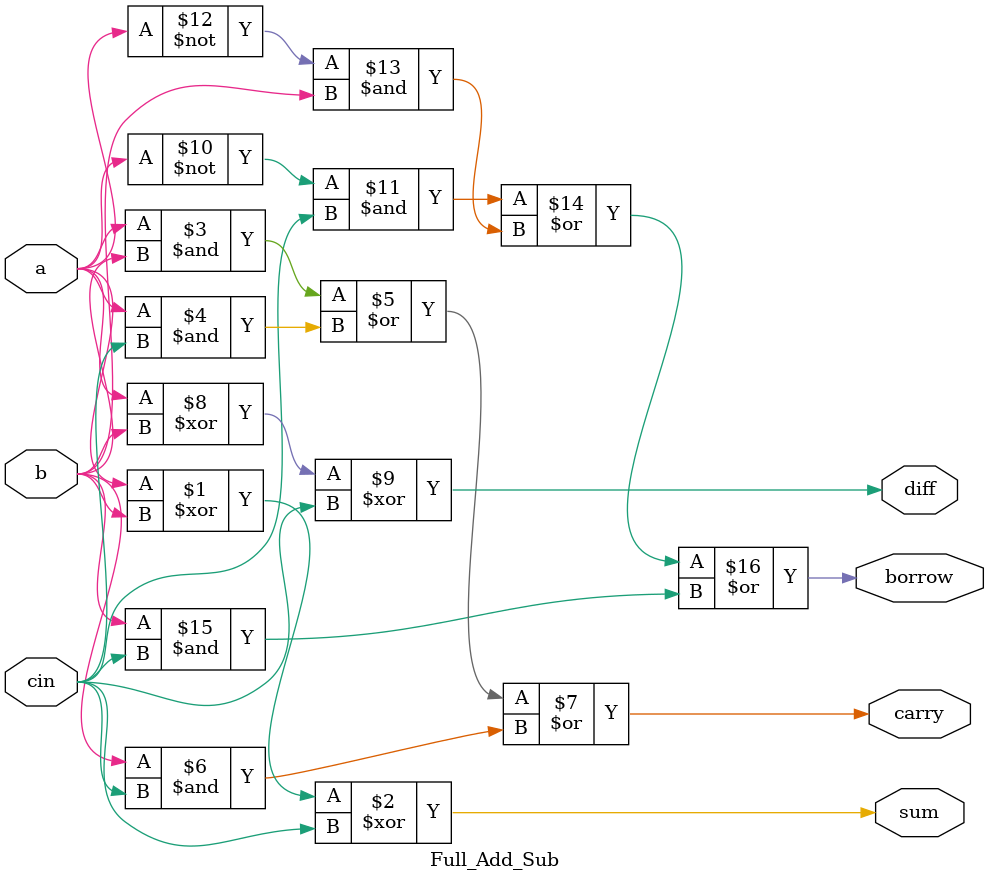
<source format=v>
module Full_Add_Sub(a,b,cin,sum,diff,carry,borrow);
input a,b,cin;
output sum,diff,carry,borrow;
assign sum = (a^b^cin);
assign carry = (a&b)|(a&cin)|(b&cin);
assign diff = (a^b^cin);
assign borrow = (~a&cin)|(~a&b)|(b&cin);
endmodule
</source>
